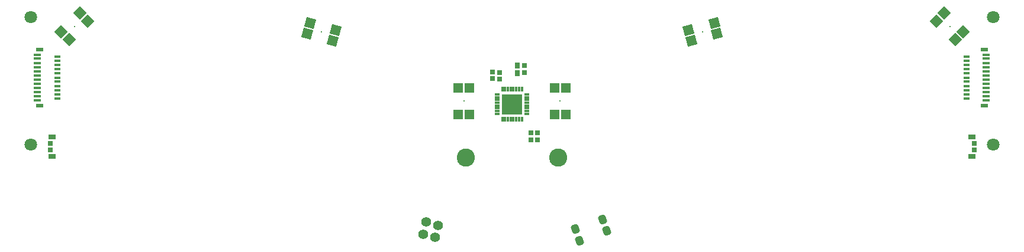
<source format=gbs>
%FSTAX23Y23*%
%MOIN*%
%SFA1B1*%

%IPPOS*%
%AMD18*
4,1,8,0.024700,-0.004500,0.016000,0.019400,-0.000500,0.027100,-0.017000,0.021000,-0.024700,0.004500,-0.016000,-0.019400,0.000500,-0.027100,0.017000,-0.021000,0.024700,-0.004500,0.0*
1,1,0.025800,0.012600,-0.008900*
1,1,0.025800,0.003900,0.014900*
1,1,0.025800,-0.012600,0.008900*
1,1,0.025800,-0.003900,-0.014900*
%
%AMD45*
4,1,4,0.000000,-0.039000,0.039000,0.000000,0.000000,0.039000,-0.039000,0.000000,0.000000,-0.039000,0.0*
%
%AMD46*
4,1,4,0.033800,-0.019500,0.019500,0.033800,-0.033800,0.019500,-0.019500,-0.033800,0.033800,-0.019500,0.0*
%
%AMD47*
4,1,4,-0.019500,0.033800,-0.033800,-0.019500,0.019500,-0.033800,0.033800,0.019500,-0.019500,0.033800,0.0*
%
%AMD48*
4,1,4,-0.039000,0.000000,0.000000,-0.039000,0.039000,0.000000,0.000000,0.039000,-0.039000,0.000000,0.0*
%
%ADD14C,0.008000*%
%ADD15C,0.071000*%
%ADD16C,0.102500*%
%ADD17C,0.055200*%
G04~CAMADD=18~8~0.0~0.0~513.0~434.0~129.0~0.0~15~0.0~0.0~0.0~0.0~0~0.0~0.0~0.0~0.0~0~0.0~0.0~0.0~290.0~510.0~556.0*
%ADD18D18*%
G04~CAMADD=45~10~0.0~552.3~0.0~0.0~0.0~0.0~0~0.0~0.0~0.0~0.0~0~0.0~0.0~0.0~0.0~0~0.0~0.0~0.0~225.0~552.3~0.0*
%ADD45D45*%
G04~CAMADD=46~10~0.0~552.3~0.0~0.0~0.0~0.0~0~0.0~0.0~0.0~0.0~0~0.0~0.0~0.0~0.0~0~0.0~0.0~0.0~285.0~552.3~0.0*
%ADD46D46*%
G04~CAMADD=47~10~0.0~552.3~0.0~0.0~0.0~0.0~0~0.0~0.0~0.0~0.0~0~0.0~0.0~0.0~0.0~0~0.0~0.0~0.0~435.0~552.3~0.0*
%ADD47D47*%
G04~CAMADD=48~10~0.0~552.3~0.0~0.0~0.0~0.0~0~0.0~0.0~0.0~0.0~0~0.0~0.0~0.0~0.0~0~0.0~0.0~0.0~135.0~552.3~0.0*
%ADD48D48*%
%ADD49R,0.055200X0.055200*%
%ADD50R,0.039500X0.018200*%
%ADD51R,0.033600X0.018200*%
%ADD52R,0.041500X0.023700*%
%ADD53R,0.043400X0.031600*%
%ADD54R,0.029700X0.031600*%
%ADD55R,0.030000X0.031600*%
%ADD56R,0.031600X0.030000*%
%ADD57R,0.031600X0.037500*%
%ADD58R,0.118200X0.118200*%
%ADD59R,0.015900X0.027700*%
%ADD60R,0.027700X0.015900*%
%ADD61C,0.030000*%
%LNglasses_full_v1_small_revised-1*%
%LPD*%
G54D14*
X02465Y0012D03*
X01074Y00088D03*
X-01074D03*
X-02465Y0012D03*
X-00271Y-00303D03*
X00271D03*
G54D15*
X02711Y-00547D03*
Y00172D03*
X-02711D03*
Y-00547D03*
G54D16*
X00261Y-00622D03*
X-0026D03*
G54D17*
X-00416Y-01005D03*
X-00434Y-01073D03*
X-00502Y-01055D03*
X-00484Y-00986D03*
G54D18*
X0051Y-0097D03*
X00355Y-01026D03*
X00534Y-01036D03*
X00379Y-01093D03*
G54D45*
X02389Y0015D03*
X02434Y00195D03*
X02495Y00044D03*
X0254Y00089D03*
G54D46*
X0101Y00038D03*
X00993Y00099D03*
X01154Y00077D03*
X01138Y00138D03*
G54D47*
X-00993Y00099D03*
X-0101Y00038D03*
X-01138Y00138D03*
X-01154Y00077D03*
G54D48*
X-02434Y00195D03*
X-02389Y0015D03*
X-0254Y00089D03*
X-02495Y00044D03*
G54D49*
X-0024Y-00378D03*
X-00303D03*
X-0024Y-00228D03*
X-00303D03*
X00303Y-00378D03*
X0024D03*
X00303Y-00228D03*
X0024D03*
G54D50*
X02671Y-0004D03*
Y-00063D03*
Y-00087D03*
Y-0011D03*
Y-00134D03*
Y-00158D03*
Y-00181D03*
Y-00205D03*
Y-00229D03*
Y-00252D03*
Y-00276D03*
Y-00299D03*
X-02675D03*
Y-00276D03*
Y-00252D03*
Y-00229D03*
Y-00205D03*
Y-00181D03*
Y-00158D03*
Y-00134D03*
Y-0011D03*
Y-00087D03*
Y-00063D03*
Y-0004D03*
G54D51*
X02558Y-00051D03*
Y-00075D03*
Y-00099D03*
Y-00122D03*
Y-00146D03*
Y-0017D03*
Y-00193D03*
Y-00217D03*
Y-0024D03*
Y-00264D03*
Y-00288D03*
X-02562D03*
Y-00264D03*
Y-0024D03*
Y-00217D03*
Y-00193D03*
Y-0017D03*
Y-00146D03*
Y-00122D03*
Y-00099D03*
Y-00075D03*
Y-00051D03*
G54D52*
X02658Y-00012D03*
Y-00327D03*
X-02662D03*
Y-00012D03*
G54D53*
X0259Y-00615D03*
Y-00504D03*
X-02589Y-00615D03*
Y-00504D03*
G54D54*
X02603Y-00577D03*
Y-00542D03*
X-02602Y-00577D03*
Y-00542D03*
G54D55*
X00143Y-0048D03*
X00105D03*
X00143Y-0052D03*
X00106D03*
G54D56*
X-0011Y-00139D03*
Y-00176D03*
X-00071Y-00141D03*
Y-00178D03*
X00068Y-00103D03*
Y-0014D03*
G54D57*
X00028Y-00102D03*
Y-00145D03*
G54D58*
X0Y-0032D03*
G54D59*
X00055Y-00235D03*
X00039D03*
X00023D03*
X00007D03*
X-00007D03*
X-00023D03*
X-00039D03*
X-00055D03*
Y-00404D03*
X-00039D03*
X-00023D03*
X-00007D03*
X00007D03*
X00023D03*
X00039D03*
X00055D03*
G54D60*
X-00084Y-00264D03*
Y-0028D03*
Y-00296D03*
Y-00312D03*
Y-00327D03*
Y-00343D03*
Y-00359D03*
Y-00375D03*
X00084D03*
Y-00359D03*
Y-00343D03*
Y-00327D03*
Y-00312D03*
Y-00296D03*
Y-0028D03*
Y-00264D03*
G54D61*
X00032Y-00352D03*
X-00034Y-00286D03*
Y-00352D03*
X00032Y-00286D03*
M02*
</source>
